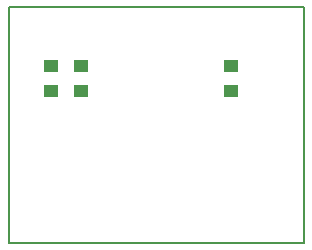
<source format=gbr>
G04 PROTEUS GERBER X2 FILE*
%TF.GenerationSoftware,Labcenter,Proteus,8.6-SP2-Build23525*%
%TF.CreationDate,2019-01-24T07:34:18+00:00*%
%TF.FileFunction,Paste,Top*%
%TF.FilePolarity,Positive*%
%TF.Part,Single*%
%FSLAX45Y45*%
%MOMM*%
G01*
%TA.AperFunction,Material*%
%ADD71R,1.270000X1.016000*%
%TA.AperFunction,Profile*%
%ADD15C,0.203200*%
%TD.AperFunction*%
D71*
X-635000Y+0D03*
X-635000Y-213360D03*
X+635000Y+0D03*
X+635000Y-213360D03*
X-889000Y+0D03*
X-889000Y-213360D03*
D15*
X-1250000Y-1500000D02*
X+1250000Y-1500000D01*
X+1250000Y+500000D01*
X-1250000Y+500000D01*
X-1250000Y-1500000D01*
M02*

</source>
